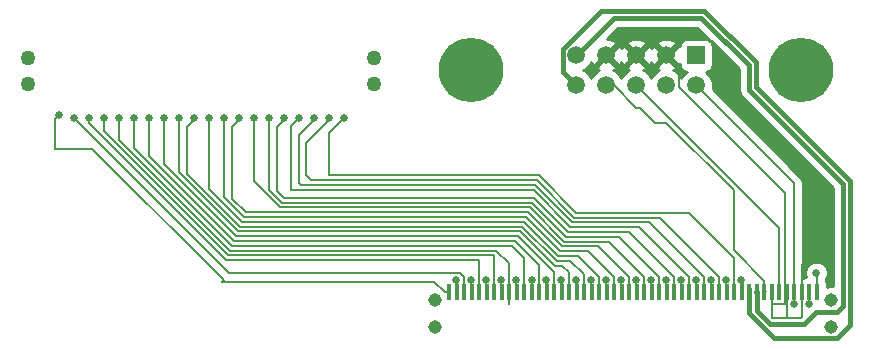
<source format=gtl>
G04 #@! TF.FileFunction,Copper,L1,Top,Signal*
%FSLAX46Y46*%
G04 Gerber Fmt 4.6, Leading zero omitted, Abs format (unit mm)*
G04 Created by KiCad (PCBNEW 4.0.6) date Tuesday, May 23, 2017 'AMt' 09:33:36 AM*
%MOMM*%
%LPD*%
G01*
G04 APERTURE LIST*
%ADD10C,0.150000*%
%ADD11C,5.460000*%
%ADD12R,1.520000X1.520000*%
%ADD13C,1.520000*%
%ADD14R,0.381000X1.397000*%
%ADD15C,1.143000*%
%ADD16C,1.270000*%
%ADD17C,0.635000*%
%ADD18C,0.203200*%
%ADD19C,0.398780*%
%ADD20C,0.254000*%
G04 APERTURE END LIST*
D10*
D11*
X95250000Y-40640000D03*
X67310000Y-40640000D03*
D12*
X86360000Y-39370000D03*
D13*
X86360000Y-41910000D03*
X83820000Y-39370000D03*
X83820000Y-41910000D03*
X81280000Y-39370000D03*
X81280000Y-41910000D03*
X78740000Y-39370000D03*
X78740000Y-41910000D03*
X76200000Y-39370000D03*
X76200000Y-41910000D03*
D14*
X96557500Y-59448700D03*
X95922500Y-59448700D03*
X95287500Y-59448700D03*
X94652500Y-59448700D03*
X94017500Y-59448700D03*
X93382500Y-59448700D03*
X92747500Y-59448700D03*
X92112500Y-59448700D03*
X91477500Y-59448700D03*
X90842500Y-59448700D03*
X90207500Y-59448700D03*
X89572500Y-59448700D03*
X88937500Y-59448700D03*
X88302500Y-59448700D03*
X87667500Y-59448700D03*
X87032500Y-59448700D03*
X86397500Y-59448700D03*
X85762500Y-59448700D03*
X85127500Y-59448700D03*
X84492500Y-59448700D03*
X83857500Y-59448700D03*
X83222500Y-59448700D03*
X82587500Y-59448700D03*
X81952500Y-59448700D03*
X81317500Y-59448700D03*
X80682500Y-59448700D03*
X80047500Y-59448700D03*
X79412500Y-59448700D03*
X78777500Y-59448700D03*
X78142500Y-59448700D03*
X77507500Y-59448700D03*
X76872500Y-59448700D03*
X76237500Y-59448700D03*
X75602500Y-59448700D03*
X74967500Y-59448700D03*
X74332500Y-59448700D03*
X73697500Y-59448700D03*
X73062500Y-59448700D03*
X72427500Y-59448700D03*
X71792500Y-59448700D03*
X71157500Y-59448700D03*
X70522500Y-59448700D03*
X69887500Y-59448700D03*
X69252500Y-59448700D03*
X68617500Y-59448700D03*
X67982500Y-59448700D03*
X67347500Y-59448700D03*
X66712500Y-59448700D03*
X66077500Y-59448700D03*
X65442500Y-59448700D03*
D15*
X97764000Y-62357000D03*
X64236000Y-62357000D03*
X97764000Y-60096400D03*
X64236000Y-60096400D03*
D16*
X29794200Y-39573200D03*
X59105800Y-39573200D03*
X29794200Y-41833800D03*
X59105800Y-41833800D03*
D17*
X86360000Y-39370000D03*
X96520000Y-57785000D03*
X97790000Y-54610000D03*
X32385000Y-44450000D03*
X66040000Y-58407310D03*
X38735000Y-44678600D03*
X72414810Y-58420000D03*
X40005000Y-44678600D03*
X73660000Y-58420000D03*
X41275000Y-44678600D03*
X74930000Y-58420000D03*
X42545000Y-44678600D03*
X76200000Y-58420000D03*
X43815000Y-44678600D03*
X77470000Y-58420000D03*
X33655000Y-44678600D03*
X45085000Y-44678600D03*
X78740000Y-58420000D03*
X46355000Y-44678600D03*
X80010000Y-58420000D03*
X47625000Y-44678600D03*
X81280000Y-58420000D03*
X48895000Y-44678600D03*
X82550000Y-58420000D03*
X50165000Y-44678600D03*
X83820000Y-58420000D03*
X67310000Y-58420000D03*
X51435000Y-44678600D03*
X85090000Y-58420000D03*
X52705000Y-44678600D03*
X86360000Y-58420000D03*
X53975000Y-44678600D03*
X87630000Y-58420000D03*
X55245000Y-44678600D03*
X88900000Y-58420000D03*
X56515000Y-44678600D03*
X90170000Y-58420000D03*
X34925000Y-44678600D03*
X68580000Y-58420000D03*
X36195000Y-44678600D03*
X69850000Y-58420000D03*
X37465000Y-44678600D03*
X71120000Y-58420000D03*
X94652499Y-60418401D03*
X95922499Y-60418401D03*
X97764000Y-60096400D03*
D18*
X96557500Y-59448700D02*
X96557500Y-57822500D01*
X96557500Y-57822500D02*
X96520000Y-57785000D01*
X93382500Y-59448700D02*
X93382500Y-54012500D01*
X93382500Y-54012500D02*
X82550000Y-43180000D01*
X82550000Y-43180000D02*
X81280000Y-41910000D01*
X92747500Y-59448700D02*
X92747500Y-60350400D01*
X84579999Y-40129999D02*
X83820000Y-39370000D01*
X84884801Y-40434801D02*
X84579999Y-40129999D01*
X93877801Y-51003707D02*
X84884801Y-42010707D01*
X93877801Y-60391041D02*
X93877801Y-51003707D01*
X93816841Y-60452001D02*
X93877801Y-60391041D01*
X92849101Y-60452001D02*
X93816841Y-60452001D01*
X92747500Y-60350400D02*
X92849101Y-60452001D01*
X84884801Y-42010707D02*
X84884801Y-40434801D01*
X95250000Y-61595000D02*
X95287500Y-61557500D01*
X95287500Y-61557500D02*
X95287500Y-59448700D01*
X93980000Y-61595000D02*
X95250000Y-61595000D01*
X93980000Y-61595000D02*
X94017500Y-61557500D01*
X94017500Y-61557500D02*
X94017500Y-59448700D01*
X92785000Y-61595000D02*
X93980000Y-61595000D01*
X92747500Y-61557500D02*
X92785000Y-61595000D01*
X92747500Y-59448700D02*
X92747500Y-61557500D01*
X95287500Y-59448700D02*
X95287500Y-57112500D01*
X95287500Y-57112500D02*
X97790000Y-54610000D01*
D19*
X76835000Y-38735000D02*
X76200000Y-39370000D01*
X86790736Y-36195000D02*
X79375000Y-36195000D01*
X79375000Y-36195000D02*
X76835000Y-38735000D01*
X90805000Y-42340736D02*
X90805000Y-40209264D01*
X90805000Y-40209264D02*
X86790736Y-36195000D01*
X91477500Y-59448700D02*
X91477500Y-61000546D01*
X92576153Y-62099199D02*
X95458847Y-62099199D01*
X91477500Y-61000546D02*
X92576153Y-62099199D01*
X95458847Y-62099199D02*
X96487555Y-61070491D01*
X98738091Y-50273827D02*
X90805000Y-42340736D01*
X96487555Y-61070491D02*
X98231565Y-61070491D01*
X98231565Y-61070491D02*
X98738091Y-60563965D01*
X98738091Y-60563965D02*
X98738091Y-50273827D01*
X91477500Y-59448700D02*
X91519409Y-59406791D01*
X91477500Y-59448700D02*
X91440000Y-59411200D01*
X76200000Y-41910000D02*
X75037409Y-40747409D01*
X87040088Y-35593010D02*
X91406990Y-39959912D01*
X75037409Y-40747409D02*
X75037409Y-38811955D01*
X75037409Y-38811955D02*
X78256354Y-35593010D01*
X91406990Y-39959912D02*
X91406990Y-42091384D01*
X91406990Y-42091384D02*
X99340081Y-50024475D01*
X78256354Y-35593010D02*
X87040088Y-35593010D01*
X99340081Y-50024475D02*
X99340081Y-62222575D01*
X99340081Y-62222575D02*
X98231565Y-63331091D01*
X98231565Y-63331091D02*
X92956703Y-63331091D01*
X92956703Y-63331091D02*
X90838011Y-61212399D01*
X90838011Y-61212399D02*
X90838011Y-59161847D01*
X90838011Y-59161847D02*
X90838011Y-59448700D01*
D18*
X65442500Y-59448700D02*
X65048800Y-59448700D01*
X46228000Y-58547000D02*
X46355000Y-58420000D01*
X35204489Y-47269489D02*
X32067501Y-47269489D01*
X65048800Y-59448700D02*
X64147100Y-58547000D01*
X64147100Y-58547000D02*
X46228000Y-58547000D01*
X32067501Y-47269489D02*
X32067501Y-44767499D01*
X32067501Y-44767499D02*
X32385000Y-44450000D01*
X46355000Y-58420000D02*
X35204489Y-47269489D01*
X66077500Y-59448700D02*
X66077500Y-58444810D01*
X66077500Y-58444810D02*
X66040000Y-58407310D01*
X38735000Y-44678600D02*
X38735000Y-47203257D01*
X71792500Y-58547000D02*
X71792500Y-59448700D01*
X71792500Y-56552500D02*
X71792500Y-58547000D01*
X70739110Y-55499110D02*
X71792500Y-56552500D01*
X38735000Y-47203257D02*
X47030852Y-55499109D01*
X47030852Y-55499109D02*
X70739110Y-55499110D01*
X72427500Y-59448700D02*
X72427500Y-58432690D01*
X72427500Y-58432690D02*
X72414810Y-58420000D01*
X73037111Y-57162111D02*
X70967700Y-55092700D01*
X70967700Y-55092700D02*
X47199193Y-55092699D01*
X47199193Y-55092699D02*
X40005000Y-47898506D01*
X40005000Y-47898506D02*
X40005000Y-45453300D01*
X40005000Y-45453300D02*
X40005000Y-44678600D01*
X73037111Y-59423311D02*
X73037111Y-57162111D01*
X73062500Y-59448700D02*
X73037111Y-59423311D01*
X73697500Y-59448700D02*
X73697500Y-58457500D01*
X73697500Y-58457500D02*
X73660000Y-58420000D01*
X73684800Y-59436000D02*
X73697500Y-59448700D01*
X71284277Y-54686288D02*
X74307699Y-57709710D01*
X41275000Y-44678600D02*
X41275000Y-48593755D01*
X41275000Y-48593755D02*
X47367533Y-54686288D01*
X47367533Y-54686288D02*
X71284277Y-54686288D01*
X74307699Y-59423899D02*
X74332500Y-59448700D01*
X74307699Y-57709710D02*
X74307699Y-59423899D01*
X74967500Y-58457500D02*
X74967500Y-59448700D01*
X74930000Y-58420000D02*
X74967500Y-58457500D01*
X75552301Y-59398501D02*
X75602500Y-59448700D01*
X47535873Y-54279877D02*
X71452617Y-54279877D01*
X74348260Y-57175521D02*
X74983261Y-57175521D01*
X75552301Y-57744561D02*
X75552301Y-59398501D01*
X42545000Y-44678600D02*
X42545000Y-49289004D01*
X74983261Y-57175521D02*
X75552301Y-57744561D01*
X71452617Y-54279877D02*
X74348260Y-57175521D01*
X42545000Y-49289004D02*
X47535873Y-54279877D01*
X76237500Y-58457500D02*
X76237500Y-59448700D01*
X76200000Y-58420000D02*
X76237500Y-58457500D01*
X47704213Y-53873466D02*
X43243500Y-49412753D01*
X43243500Y-45453300D02*
X43815000Y-44881800D01*
X76835000Y-59411200D02*
X76835000Y-57905500D01*
X43243500Y-49412753D02*
X43243500Y-45453300D01*
X76835000Y-57905500D02*
X75698610Y-56769110D01*
X74516599Y-56769109D02*
X71620957Y-53873466D01*
X76872500Y-59448700D02*
X76835000Y-59411200D01*
X75698610Y-56769110D02*
X74516599Y-56769109D01*
X43815000Y-44881800D02*
X43815000Y-44678600D01*
X71620957Y-53873466D02*
X47704213Y-53873466D01*
X77470000Y-58420000D02*
X77470000Y-59411200D01*
X77470000Y-59411200D02*
X77507500Y-59448700D01*
X77483081Y-59473119D02*
X77507500Y-59448700D01*
X66712500Y-59448700D02*
X66662301Y-59398501D01*
X66338705Y-57785009D02*
X46761409Y-57785009D01*
X46761409Y-57785009D02*
X33655000Y-44678600D01*
X66662301Y-59398501D02*
X66662301Y-58108605D01*
X66662301Y-58108605D02*
X66338705Y-57785009D01*
X78105000Y-59411200D02*
X78105000Y-58133994D01*
X71789297Y-53467055D02*
X47872553Y-53467055D01*
X74684940Y-56362699D02*
X71789297Y-53467055D01*
X76333705Y-56362699D02*
X74684940Y-56362699D01*
X78142500Y-59448700D02*
X78105000Y-59411200D01*
X45085000Y-45453300D02*
X45085000Y-44678600D01*
X45085000Y-50679502D02*
X45085000Y-45453300D01*
X47872553Y-53467055D02*
X45085000Y-50679502D01*
X78105000Y-58133994D02*
X76333705Y-56362699D01*
X78740000Y-58420000D02*
X78740000Y-59411200D01*
X78740000Y-59411200D02*
X78777500Y-59448700D01*
X48040893Y-53060644D02*
X46355000Y-51374751D01*
X71957637Y-53060644D02*
X48040893Y-53060644D01*
X79375000Y-58133994D02*
X77197294Y-55956288D01*
X46355000Y-45453300D02*
X46355000Y-44678600D01*
X74853279Y-55956287D02*
X71957637Y-53060644D01*
X79412500Y-59448700D02*
X79375000Y-59411200D01*
X77197294Y-55956288D02*
X74853279Y-55956287D01*
X46355000Y-51374751D02*
X46355000Y-45453300D01*
X79375000Y-59411200D02*
X79375000Y-58133994D01*
X80010000Y-58420000D02*
X80010000Y-59411200D01*
X80010000Y-59411200D02*
X80047500Y-59448700D01*
X75021620Y-55549877D02*
X72125977Y-52654233D01*
X72125977Y-52654233D02*
X48209233Y-52654233D01*
X48209233Y-52654233D02*
X47053500Y-51498500D01*
X47053500Y-51498500D02*
X47053500Y-45453300D01*
X80645000Y-59411200D02*
X80645000Y-58133994D01*
X80682500Y-59448700D02*
X80645000Y-59411200D01*
X80645000Y-58133994D02*
X78060883Y-55549877D01*
X78060883Y-55549877D02*
X75021620Y-55549877D01*
X47053500Y-45453300D02*
X47625000Y-44881800D01*
X47625000Y-44881800D02*
X47625000Y-44678600D01*
X81280000Y-58420000D02*
X81280000Y-59411200D01*
X81280000Y-59411200D02*
X81317500Y-59448700D01*
X48895000Y-50044502D02*
X48895000Y-45453300D01*
X51098320Y-52247822D02*
X48895000Y-50044502D01*
X81915000Y-59411200D02*
X81915000Y-58133994D01*
X48895000Y-45453300D02*
X48895000Y-44678600D01*
X72294317Y-52247822D02*
X51098320Y-52247822D01*
X81952500Y-59448700D02*
X81915000Y-59411200D01*
X81915000Y-58133994D02*
X78924472Y-55143466D01*
X78924472Y-55143466D02*
X75189960Y-55143466D01*
X75189960Y-55143466D02*
X72294317Y-52247822D01*
X82550000Y-58420000D02*
X82550000Y-59411200D01*
X82550000Y-59411200D02*
X82587500Y-59448700D01*
X72462657Y-51841411D02*
X51266660Y-51841411D01*
X83185000Y-58133994D02*
X79788061Y-54737055D01*
X50165000Y-50739751D02*
X50165000Y-45453300D01*
X50165000Y-45453300D02*
X50165000Y-44678600D01*
X51266660Y-51841411D02*
X50165000Y-50739751D01*
X83222500Y-59448700D02*
X83185000Y-59411200D01*
X75358300Y-54737055D02*
X72462657Y-51841411D01*
X83185000Y-59411200D02*
X83185000Y-58133994D01*
X79788061Y-54737055D02*
X75358300Y-54737055D01*
X83820000Y-58420000D02*
X83820000Y-59411200D01*
X83820000Y-59411200D02*
X83857500Y-59448700D01*
X67310000Y-58420000D02*
X67310000Y-59411200D01*
X67310000Y-59411200D02*
X67347500Y-59448700D01*
X50863500Y-50863500D02*
X50863500Y-45453300D01*
X84492500Y-59448700D02*
X84455000Y-59411200D01*
X51435000Y-44881800D02*
X51435000Y-44678600D01*
X50863500Y-45453300D02*
X51435000Y-44881800D01*
X75526640Y-54330644D02*
X72630997Y-51435000D01*
X51435000Y-51435000D02*
X50863500Y-50863500D01*
X84455000Y-59411200D02*
X84455000Y-58133994D01*
X84455000Y-58133994D02*
X80651650Y-54330644D01*
X80651650Y-54330644D02*
X75526640Y-54330644D01*
X72630997Y-51435000D02*
X51435000Y-51435000D01*
X85090000Y-58420000D02*
X85090000Y-59411200D01*
X85090000Y-59411200D02*
X85127500Y-59448700D01*
X85725000Y-58133994D02*
X81515239Y-53924233D01*
X81515239Y-53924233D02*
X75694980Y-53924233D01*
X75694980Y-53924233D02*
X72570748Y-50800000D01*
X52070000Y-50800000D02*
X52070000Y-45313600D01*
X52070000Y-45313600D02*
X52705000Y-44678600D01*
X72570748Y-50800000D02*
X52070000Y-50800000D01*
X85762500Y-59448700D02*
X85725000Y-59411200D01*
X85725000Y-59411200D02*
X85725000Y-58133994D01*
X86360000Y-58420000D02*
X86360000Y-59411200D01*
X86360000Y-59411200D02*
X86397500Y-59448700D01*
X87032500Y-59448700D02*
X86982301Y-59398501D01*
X82378828Y-53517822D02*
X75863320Y-53517822D01*
X86982301Y-59398501D02*
X86982301Y-58121295D01*
X52705000Y-46151800D02*
X53975000Y-44881800D01*
X53975000Y-44881800D02*
X53975000Y-44678600D01*
X52882822Y-50342822D02*
X52705000Y-50165000D01*
X52705000Y-50165000D02*
X52705000Y-46151800D01*
X75863320Y-53517822D02*
X72688321Y-50342822D01*
X72688321Y-50342822D02*
X52882822Y-50342822D01*
X86982301Y-58121295D02*
X82378828Y-53517822D01*
X87630000Y-58420000D02*
X87630000Y-59411200D01*
X87630000Y-59411200D02*
X87667500Y-59448700D01*
X88302500Y-59448700D02*
X88252301Y-59398501D01*
X53340000Y-49530000D02*
X53340000Y-46786800D01*
X88252301Y-58121295D02*
X83242417Y-53111411D01*
X55245000Y-44881800D02*
X55245000Y-44678600D01*
X53340000Y-46786800D02*
X55245000Y-44881800D01*
X53746411Y-49936411D02*
X53340000Y-49530000D01*
X72856661Y-49936411D02*
X53746411Y-49936411D01*
X76031660Y-53111411D02*
X72856661Y-49936411D01*
X88252301Y-59398501D02*
X88252301Y-58121295D01*
X83242417Y-53111411D02*
X76031660Y-53111411D01*
X88900000Y-58420000D02*
X88900000Y-59411200D01*
X88900000Y-59411200D02*
X88937500Y-59448700D01*
X89535000Y-56515000D02*
X85725000Y-52705000D01*
X85725000Y-52705000D02*
X76200000Y-52705000D01*
X89572500Y-59448700D02*
X89535000Y-59411200D01*
X89535000Y-59411200D02*
X89535000Y-56515000D01*
X76200000Y-52705000D02*
X73025000Y-49530000D01*
X73025000Y-49530000D02*
X55245000Y-49530000D01*
X55245000Y-49530000D02*
X55245000Y-45948600D01*
X55245000Y-45948600D02*
X56515000Y-44678600D01*
X90207500Y-58457500D02*
X90170000Y-58420000D01*
X90207500Y-59448700D02*
X90207500Y-58457500D01*
X90333818Y-58583818D02*
X90333818Y-59322382D01*
X90333818Y-59322382D02*
X90207500Y-59448700D01*
X46525833Y-56718343D02*
X34925000Y-45117510D01*
X34925000Y-45117510D02*
X34925000Y-44678600D01*
X67982500Y-59448700D02*
X67945000Y-59411200D01*
X67945000Y-59411200D02*
X67945000Y-56718343D01*
X67945000Y-56718343D02*
X46525833Y-56718343D01*
X68580000Y-58420000D02*
X68580000Y-59411200D01*
X68580000Y-59411200D02*
X68617500Y-59448700D01*
X36195000Y-44678600D02*
X36195000Y-45812759D01*
X36195000Y-45812759D02*
X46694173Y-56311932D01*
X46694173Y-56311932D02*
X69215000Y-56311932D01*
X69215000Y-56311932D02*
X69215000Y-59411200D01*
X69215000Y-59411200D02*
X69252500Y-59448700D01*
X69850000Y-58420000D02*
X69850000Y-59411200D01*
X69850000Y-59411200D02*
X69887500Y-59448700D01*
X70472301Y-56994483D02*
X69383338Y-55905520D01*
X70472301Y-60400599D02*
X70472301Y-56994483D01*
X70522500Y-60350400D02*
X70472301Y-60400599D01*
X37465000Y-46508007D02*
X37465000Y-44678600D01*
X46862512Y-55905519D02*
X37465000Y-46508007D01*
X69383338Y-55905520D02*
X46862512Y-55905519D01*
X70522500Y-59448700D02*
X70522500Y-60350400D01*
X71120000Y-58420000D02*
X71120000Y-59411200D01*
X71120000Y-59411200D02*
X71157500Y-59448700D01*
X71144800Y-59436000D02*
X71157500Y-59448700D01*
X89535000Y-55245000D02*
X89535000Y-55880000D01*
X89535000Y-55880000D02*
X92112500Y-58457500D01*
X92112500Y-58457500D02*
X92112500Y-59448700D01*
X78740000Y-41910000D02*
X79375000Y-41910000D01*
X79375000Y-41910000D02*
X81280000Y-43815000D01*
X81609094Y-43815000D02*
X82879094Y-45085000D01*
X82879094Y-45085000D02*
X83820000Y-45085000D01*
X81280000Y-43815000D02*
X81609094Y-43815000D01*
X89535000Y-50800000D02*
X89535000Y-55245000D01*
X83820000Y-45085000D02*
X89535000Y-50800000D01*
X92252199Y-59309001D02*
X92112500Y-59448700D01*
X94652499Y-60418401D02*
X94652499Y-59448701D01*
X94652499Y-59448701D02*
X94652500Y-59448700D01*
X95922500Y-59448700D02*
X95922500Y-60418400D01*
X95922500Y-60418400D02*
X95922499Y-60418401D01*
X94652500Y-59448700D02*
X94652500Y-50202500D01*
X94652500Y-50202500D02*
X86360000Y-41910000D01*
D20*
G36*
X89970610Y-40554880D02*
X89970610Y-42340736D01*
X90034124Y-42660044D01*
X90214997Y-42930739D01*
X97903701Y-50619443D01*
X97903701Y-58890022D01*
X97525065Y-58889691D01*
X97395440Y-58943251D01*
X97395440Y-58750200D01*
X97351162Y-58514883D01*
X97294100Y-58426206D01*
X97294100Y-58358115D01*
X97327020Y-58325253D01*
X97472335Y-57975295D01*
X97472665Y-57596367D01*
X97327961Y-57246157D01*
X97060253Y-56977980D01*
X96710295Y-56832665D01*
X96331367Y-56832335D01*
X95981157Y-56977039D01*
X95712980Y-57244747D01*
X95567665Y-57594705D01*
X95567335Y-57973633D01*
X95628719Y-58122194D01*
X95623544Y-58123167D01*
X95604309Y-58115200D01*
X95541500Y-58115200D01*
X95512670Y-58144030D01*
X95496683Y-58147038D01*
X95414502Y-58199920D01*
X95414502Y-58115200D01*
X95389100Y-58115200D01*
X95389100Y-50202500D01*
X95333030Y-49920615D01*
X95173355Y-49681645D01*
X87732944Y-42241234D01*
X87754758Y-42188700D01*
X87755242Y-41633735D01*
X87543313Y-41120828D01*
X87187790Y-40764684D01*
X87355317Y-40733162D01*
X87571441Y-40594090D01*
X87716431Y-40381890D01*
X87767440Y-40130000D01*
X87767440Y-38610000D01*
X87723162Y-38374683D01*
X87601780Y-38186050D01*
X89970610Y-40554880D01*
X89970610Y-40554880D01*
G37*
X89970610Y-40554880D02*
X89970610Y-42340736D01*
X90034124Y-42660044D01*
X90214997Y-42930739D01*
X97903701Y-50619443D01*
X97903701Y-58890022D01*
X97525065Y-58889691D01*
X97395440Y-58943251D01*
X97395440Y-58750200D01*
X97351162Y-58514883D01*
X97294100Y-58426206D01*
X97294100Y-58358115D01*
X97327020Y-58325253D01*
X97472335Y-57975295D01*
X97472665Y-57596367D01*
X97327961Y-57246157D01*
X97060253Y-56977980D01*
X96710295Y-56832665D01*
X96331367Y-56832335D01*
X95981157Y-56977039D01*
X95712980Y-57244747D01*
X95567665Y-57594705D01*
X95567335Y-57973633D01*
X95628719Y-58122194D01*
X95623544Y-58123167D01*
X95604309Y-58115200D01*
X95541500Y-58115200D01*
X95512670Y-58144030D01*
X95496683Y-58147038D01*
X95414502Y-58199920D01*
X95414502Y-58115200D01*
X95389100Y-58115200D01*
X95389100Y-50202500D01*
X95333030Y-49920615D01*
X95173355Y-49681645D01*
X87732944Y-42241234D01*
X87754758Y-42188700D01*
X87755242Y-41633735D01*
X87543313Y-41120828D01*
X87187790Y-40764684D01*
X87355317Y-40733162D01*
X87571441Y-40594090D01*
X87716431Y-40381890D01*
X87767440Y-40130000D01*
X87767440Y-38610000D01*
X87723162Y-38374683D01*
X87601780Y-38186050D01*
X89970610Y-40554880D01*
G36*
X87553146Y-38137416D02*
X87371890Y-38013569D01*
X87120000Y-37962560D01*
X85600000Y-37962560D01*
X85364683Y-38006838D01*
X85148559Y-38145910D01*
X85003569Y-38358110D01*
X84952560Y-38610000D01*
X84952560Y-38614834D01*
X84798764Y-38570841D01*
X83999605Y-39370000D01*
X84798764Y-40169159D01*
X84952560Y-40125166D01*
X84952560Y-40130000D01*
X84996838Y-40365317D01*
X85135910Y-40581441D01*
X85348110Y-40726431D01*
X85533480Y-40763969D01*
X85178066Y-41118764D01*
X85090046Y-41330738D01*
X85003313Y-41120828D01*
X84611236Y-40728066D01*
X84415066Y-40646609D01*
X84549941Y-40590742D01*
X84619159Y-40348764D01*
X83820000Y-39549605D01*
X83020841Y-40348764D01*
X83090059Y-40590742D01*
X83234862Y-40642382D01*
X83030828Y-40726687D01*
X82638066Y-41118764D01*
X82550046Y-41330738D01*
X82463313Y-41120828D01*
X82071236Y-40728066D01*
X81875066Y-40646609D01*
X82009941Y-40590742D01*
X82079159Y-40348764D01*
X81280000Y-39549605D01*
X80480841Y-40348764D01*
X80550059Y-40590742D01*
X80694862Y-40642382D01*
X80490828Y-40726687D01*
X80098066Y-41118764D01*
X80010046Y-41330738D01*
X79923313Y-41120828D01*
X79531236Y-40728066D01*
X79335066Y-40646609D01*
X79469941Y-40590742D01*
X79539159Y-40348764D01*
X78740000Y-39549605D01*
X77940841Y-40348764D01*
X78010059Y-40590742D01*
X78154862Y-40642382D01*
X77950828Y-40726687D01*
X77558066Y-41118764D01*
X77470046Y-41330738D01*
X77383313Y-41120828D01*
X76991236Y-40728066D01*
X76779262Y-40640046D01*
X76989172Y-40553313D01*
X77381934Y-40161236D01*
X77463391Y-39965066D01*
X77519258Y-40099941D01*
X77761236Y-40169159D01*
X78560395Y-39370000D01*
X78919605Y-39370000D01*
X79718764Y-40169159D01*
X79960742Y-40099941D01*
X80006320Y-39972137D01*
X80059258Y-40099941D01*
X80301236Y-40169159D01*
X81100395Y-39370000D01*
X81459605Y-39370000D01*
X82258764Y-40169159D01*
X82500742Y-40099941D01*
X82546320Y-39972137D01*
X82599258Y-40099941D01*
X82841236Y-40169159D01*
X83640395Y-39370000D01*
X82841236Y-38570841D01*
X82599258Y-38640059D01*
X82553680Y-38767863D01*
X82500742Y-38640059D01*
X82258764Y-38570841D01*
X81459605Y-39370000D01*
X81100395Y-39370000D01*
X80301236Y-38570841D01*
X80059258Y-38640059D01*
X80013680Y-38767863D01*
X79960742Y-38640059D01*
X79718764Y-38570841D01*
X78919605Y-39370000D01*
X78560395Y-39370000D01*
X78546253Y-39355858D01*
X78725858Y-39176253D01*
X78740000Y-39190395D01*
X79539159Y-38391236D01*
X80480841Y-38391236D01*
X81280000Y-39190395D01*
X82079159Y-38391236D01*
X83020841Y-38391236D01*
X83820000Y-39190395D01*
X84619159Y-38391236D01*
X84549941Y-38149258D01*
X84027220Y-37962845D01*
X83472951Y-37990659D01*
X83090059Y-38149258D01*
X83020841Y-38391236D01*
X82079159Y-38391236D01*
X82009941Y-38149258D01*
X81487220Y-37962845D01*
X80932951Y-37990659D01*
X80550059Y-38149258D01*
X80480841Y-38391236D01*
X79539159Y-38391236D01*
X79469941Y-38149258D01*
X78947220Y-37962845D01*
X78778705Y-37971301D01*
X79720616Y-37029390D01*
X86445120Y-37029390D01*
X87553146Y-38137416D01*
X87553146Y-38137416D01*
G37*
X87553146Y-38137416D02*
X87371890Y-38013569D01*
X87120000Y-37962560D01*
X85600000Y-37962560D01*
X85364683Y-38006838D01*
X85148559Y-38145910D01*
X85003569Y-38358110D01*
X84952560Y-38610000D01*
X84952560Y-38614834D01*
X84798764Y-38570841D01*
X83999605Y-39370000D01*
X84798764Y-40169159D01*
X84952560Y-40125166D01*
X84952560Y-40130000D01*
X84996838Y-40365317D01*
X85135910Y-40581441D01*
X85348110Y-40726431D01*
X85533480Y-40763969D01*
X85178066Y-41118764D01*
X85090046Y-41330738D01*
X85003313Y-41120828D01*
X84611236Y-40728066D01*
X84415066Y-40646609D01*
X84549941Y-40590742D01*
X84619159Y-40348764D01*
X83820000Y-39549605D01*
X83020841Y-40348764D01*
X83090059Y-40590742D01*
X83234862Y-40642382D01*
X83030828Y-40726687D01*
X82638066Y-41118764D01*
X82550046Y-41330738D01*
X82463313Y-41120828D01*
X82071236Y-40728066D01*
X81875066Y-40646609D01*
X82009941Y-40590742D01*
X82079159Y-40348764D01*
X81280000Y-39549605D01*
X80480841Y-40348764D01*
X80550059Y-40590742D01*
X80694862Y-40642382D01*
X80490828Y-40726687D01*
X80098066Y-41118764D01*
X80010046Y-41330738D01*
X79923313Y-41120828D01*
X79531236Y-40728066D01*
X79335066Y-40646609D01*
X79469941Y-40590742D01*
X79539159Y-40348764D01*
X78740000Y-39549605D01*
X77940841Y-40348764D01*
X78010059Y-40590742D01*
X78154862Y-40642382D01*
X77950828Y-40726687D01*
X77558066Y-41118764D01*
X77470046Y-41330738D01*
X77383313Y-41120828D01*
X76991236Y-40728066D01*
X76779262Y-40640046D01*
X76989172Y-40553313D01*
X77381934Y-40161236D01*
X77463391Y-39965066D01*
X77519258Y-40099941D01*
X77761236Y-40169159D01*
X78560395Y-39370000D01*
X78919605Y-39370000D01*
X79718764Y-40169159D01*
X79960742Y-40099941D01*
X80006320Y-39972137D01*
X80059258Y-40099941D01*
X80301236Y-40169159D01*
X81100395Y-39370000D01*
X81459605Y-39370000D01*
X82258764Y-40169159D01*
X82500742Y-40099941D01*
X82546320Y-39972137D01*
X82599258Y-40099941D01*
X82841236Y-40169159D01*
X83640395Y-39370000D01*
X82841236Y-38570841D01*
X82599258Y-38640059D01*
X82553680Y-38767863D01*
X82500742Y-38640059D01*
X82258764Y-38570841D01*
X81459605Y-39370000D01*
X81100395Y-39370000D01*
X80301236Y-38570841D01*
X80059258Y-38640059D01*
X80013680Y-38767863D01*
X79960742Y-38640059D01*
X79718764Y-38570841D01*
X78919605Y-39370000D01*
X78560395Y-39370000D01*
X78546253Y-39355858D01*
X78725858Y-39176253D01*
X78740000Y-39190395D01*
X79539159Y-38391236D01*
X80480841Y-38391236D01*
X81280000Y-39190395D01*
X82079159Y-38391236D01*
X83020841Y-38391236D01*
X83820000Y-39190395D01*
X84619159Y-38391236D01*
X84549941Y-38149258D01*
X84027220Y-37962845D01*
X83472951Y-37990659D01*
X83090059Y-38149258D01*
X83020841Y-38391236D01*
X82079159Y-38391236D01*
X82009941Y-38149258D01*
X81487220Y-37962845D01*
X80932951Y-37990659D01*
X80550059Y-38149258D01*
X80480841Y-38391236D01*
X79539159Y-38391236D01*
X79469941Y-38149258D01*
X78947220Y-37962845D01*
X78778705Y-37971301D01*
X79720616Y-37029390D01*
X86445120Y-37029390D01*
X87553146Y-38137416D01*
M02*

</source>
